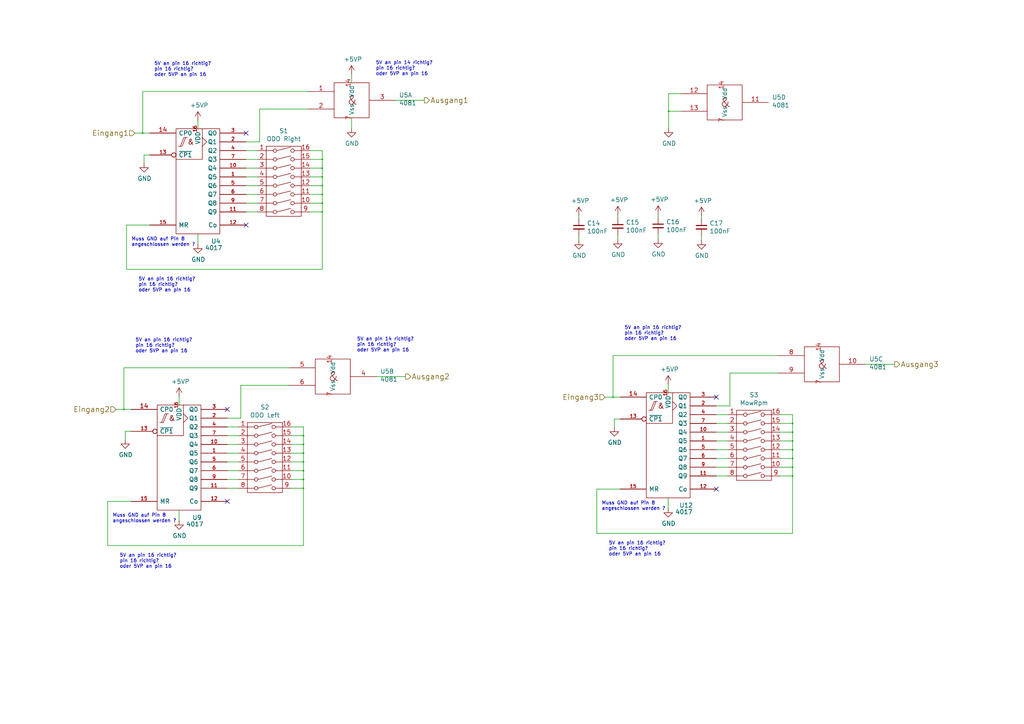
<source format=kicad_sch>
(kicad_sch (version 20201015) (generator eeschema)
  (paper "A4")
  (title_block (title "Ardumower shield SVN Version") (date "2020-11-26") (rev "1.4") (company "ML AG JL UZ") (comment 1 "Unterspannungsschutz von AlexanderG"))
  (lib_symbols
    (symbol "ardumower-mega-shield-svn-rescue:+5VP-RESCUE-ardumower_mega_shield_svn" (power) (pin_names (offset 0))
      (property "Value" "+5VP-RESCUE-ardumower_mega_shield_svn" (at 0 3.556 0))
      (symbol "+5VP-RESCUE-ardumower_mega_shield_svn_0_1"
        (polyline (pts (xy -0.762 1.27) (xy 0 2.54)))
        (polyline (pts (xy 0 0) (xy 0 2.54)))
        (polyline (pts (xy 0 2.54) (xy 0.762 1.27)))
      )
      (symbol "+5VP-RESCUE-ardumower_mega_shield_svn_1_1"
        (pin power_in line (at 0 0 90) (length 0) hide (name "+5VP") (number "1"))
      )
    )
    (symbol "ardumower-mega-shield-svn-rescue:4017-RESCUE-ardumower_mega_shield_svn" (pin_names (offset 0.762))
      (property "Reference" "U" (at 7.62 16.51 0))
      (property "Value" "4017-RESCUE-ardumower_mega_shield_svn" (at 10.16 -16.51 0))
      (symbol "4017-RESCUE-ardumower_mega_shield_svn_0_0"
        (text "&" (at -2.032 11.43 0) (effects (font (size 1.524 1.524))))
        (polyline (pts (xy -5.588 10.16) (xy -4.572 10.16) (xy -3.556 12.7) (xy -3.048 12.7) (xy -4.064 12.7) (xy -5.08 10.16) (xy -5.08 10.16)))
        (pin power_in line (at 0 15.24 270) (length 0) (name "VDD") (number "16"))
        (pin power_in line (at 0 -15.24 90) (length 0) hide (name "VSS") (number "8"))
      )
      (symbol "4017-RESCUE-ardumower_mega_shield_svn_0_1"
        (rectangle (start -6.35 15.24) (end 6.35 -15.24))
        (polyline (pts (xy 1.27 12.7) (xy 2.54 11.43) (xy 1.27 10.16) (xy 1.27 10.16)))
        (polyline (pts (xy 1.27 15.24) (xy 1.27 6.35) (xy -6.35 6.35) (xy -6.35 6.35)))
      )
      (symbol "4017-RESCUE-ardumower_mega_shield_svn_1_1"
        (pin output line (at 13.97 1.27 180) (length 7.62) (name "Q5") (number "1"))
        (pin output line (at 13.97 3.81 180) (length 7.62) (name "Q4") (number "10"))
        (pin output line (at 13.97 -8.89 180) (length 7.62) (name "Q9") (number "11"))
        (pin output line (at 13.97 -12.7 180) (length 7.62) (name "Co") (number "12"))
        (pin input inverted (at -13.97 7.62 0) (length 7.62) (name "~CP1") (number "13"))
        (pin input line (at -13.97 13.97 0) (length 7.62) (name "CP0") (number "14"))
        (pin input line (at -13.97 -12.7 0) (length 7.62) (name "MR") (number "15"))
        (pin output line (at 13.97 11.43 180) (length 7.62) (name "Q1") (number "2"))
        (pin output line (at 13.97 13.97 180) (length 7.62) (name "Q0") (number "3"))
        (pin output line (at 13.97 8.89 180) (length 7.62) (name "Q2") (number "4"))
        (pin output line (at 13.97 -1.27 180) (length 7.62) (name "Q6") (number "5"))
        (pin output line (at 13.97 -3.81 180) (length 7.62) (name "Q7") (number "6"))
        (pin output line (at 13.97 6.35 180) (length 7.62) (name "Q3") (number "7"))
        (pin output line (at 13.97 -6.35 180) (length 7.62) (name "Q8") (number "9"))
      )
    )
    (symbol "ardumower-mega-shield-svn-rescue:4081-RESCUE-ardumower_mega_shield_svn" (pin_names (offset 0.762))
      (property "Reference" "U" (at 2.54 6.35 0))
      (property "Value" "4081-RESCUE-ardumower_mega_shield_svn" (at 6.35 -6.35 0))
      (symbol "4081-RESCUE-ardumower_mega_shield_svn_0_0"
        (text "&" (at 0.254 0 0) (effects (font (size 2.54 2.54))))
        (rectangle (start -5.08 5.08) (end 5.08 -5.08))
        (pin power_in line (at 0 5.08 270) (length 0) (name "Vdd") (number "14"))
        (pin power_in line (at 0 -5.08 90) (length 0) (name "Vss") (number "7"))
      )
      (symbol "4081-RESCUE-ardumower_mega_shield_svn_1_1"
        (pin input line (at -12.7 2.54 0) (length 7.62) (name "~") (number "1"))
        (pin input line (at -12.7 -2.54 0) (length 7.62) (name "~") (number "2"))
        (pin output line (at 12.7 0 180) (length 7.62) (name "~") (number "3"))
      )
      (symbol "4081-RESCUE-ardumower_mega_shield_svn_2_1"
        (pin output line (at 12.7 0 180) (length 7.62) (name "~") (number "4"))
        (pin input line (at -12.7 2.54 0) (length 7.62) (name "~") (number "5"))
        (pin input line (at -12.7 -2.54 0) (length 7.62) (name "~") (number "6"))
      )
      (symbol "4081-RESCUE-ardumower_mega_shield_svn_3_1"
        (pin output line (at 12.7 0 180) (length 7.62) (name "~") (number "10"))
        (pin input line (at -12.7 2.54 0) (length 7.62) (name "~") (number "8"))
        (pin input line (at -12.7 -2.54 0) (length 7.62) (name "~") (number "9"))
      )
      (symbol "4081-RESCUE-ardumower_mega_shield_svn_4_1"
        (pin output line (at 12.7 0 180) (length 7.62) (name "~") (number "11"))
        (pin input line (at -12.7 2.54 0) (length 7.62) (name "~") (number "12"))
        (pin input line (at -12.7 -2.54 0) (length 7.62) (name "~") (number "13"))
      )
    )
    (symbol "ardumower-mega-shield-svn-rescue:C_Small-RESCUE-ardumower_mega_shield_svn" (pin_numbers hide) (pin_names (offset 0.254) hide)
      (property "Reference" "C" (at 0.254 1.778 0))
      (property "Value" "C_Small-RESCUE-ardumower_mega_shield_svn" (at 0.254 -2.032 0))
      (symbol "C_Small-RESCUE-ardumower_mega_shield_svn_0_1"
        (polyline (pts (xy -1.524 -0.508) (xy 1.524 -0.508)) (stroke (width 0.3302)))
        (polyline (pts (xy -1.524 0.508) (xy 1.524 0.508)) (stroke (width 0.3048)))
      )
      (symbol "C_Small-RESCUE-ardumower_mega_shield_svn_1_1"
        (pin passive line (at 0 2.54 270) (length 2.032) (name "~") (number "1"))
        (pin passive line (at 0 -2.54 90) (length 2.032) (name "~") (number "2"))
      )
    )
    (symbol "ardumower-mega-shield-svn-rescue:GND-RESCUE-ardumower_mega_shield_svn" (power) (pin_names (offset 0))
      (property "Value" "GND-RESCUE-ardumower_mega_shield_svn" (at 0 -3.81 0))
      (symbol "GND-RESCUE-ardumower_mega_shield_svn_0_1"
        (polyline (pts (xy 0 0) (xy 0 -1.27) (xy 1.27 -1.27) (xy 0 -2.54) (xy -1.27 -1.27) (xy 0 -1.27)))
      )
      (symbol "GND-RESCUE-ardumower_mega_shield_svn_1_1"
        (pin power_in line (at 0 0 270) (length 0) hide (name "GND") (number "1"))
      )
    )
    (symbol "ardumower-mega-shield-svn-rescue:SW_DIP_x8-RESCUE-ardumower_mega_shield_svn"
      (property "Reference" "S" (at 0 -11.43 0))
      (property "Value" "SW_DIP_x8-RESCUE-ardumower_mega_shield_svn" (at 0 11.43 0))
      (symbol "SW_DIP_x8-RESCUE-ardumower_mega_shield_svn_0_1"
        (circle (center -2.54 -8.89) (radius 0.508))
        (circle (center -2.54 -6.35) (radius 0.508))
        (circle (center -2.54 -3.81) (radius 0.508))
        (circle (center -2.54 -1.27) (radius 0.508))
        (circle (center -2.54 1.27) (radius 0.508))
        (circle (center -2.54 3.81) (radius 0.508))
        (circle (center -2.54 6.35) (radius 0.508))
        (circle (center -2.54 8.89) (radius 0.508))
        (circle (center 2.54 -8.89) (radius 0.508))
        (circle (center 2.54 -6.35) (radius 0.508))
        (circle (center 2.54 -3.81) (radius 0.508))
        (circle (center 2.54 -1.27) (radius 0.508))
        (circle (center 2.54 1.27) (radius 0.508))
        (circle (center 2.54 3.81) (radius 0.508))
        (circle (center 2.54 6.35) (radius 0.508))
        (circle (center 2.54 8.89) (radius 0.508))
        (rectangle (start -5.08 10.16) (end 5.08 -10.16))
        (polyline (pts (xy -3.048 -8.89) (xy -5.08 -8.89)))
        (polyline (pts (xy -3.048 -6.35) (xy -5.08 -6.35)))
        (polyline (pts (xy -3.048 -3.81) (xy -5.08 -3.81)))
        (polyline (pts (xy -3.048 -1.27) (xy -5.08 -1.27)))
        (polyline (pts (xy -3.048 1.27) (xy -5.08 1.27)))
        (polyline (pts (xy -3.048 3.81) (xy -5.08 3.81)))
        (polyline (pts (xy -3.048 6.35) (xy -5.08 6.35)))
        (polyline (pts (xy -3.048 8.89) (xy -5.08 8.89)))
        (polyline (pts (xy -2.032 -8.89) (xy 2.032 -7.874)))
        (polyline (pts (xy -2.032 -6.35) (xy 2.032 -5.334)))
        (polyline (pts (xy -2.032 -3.81) (xy 2.032 -2.794)))
        (polyline (pts (xy -2.032 -1.27) (xy 2.032 -0.254)))
        (polyline (pts (xy -2.032 1.27) (xy 2.032 2.286)))
        (polyline (pts (xy -2.032 3.81) (xy 2.032 4.826)))
        (polyline (pts (xy -2.032 6.35) (xy 2.032 7.366)))
        (polyline (pts (xy -2.032 8.89) (xy 2.032 9.906)))
        (polyline (pts (xy 3.048 -8.89) (xy 5.08 -8.89)))
        (polyline (pts (xy 3.048 -6.35) (xy 5.08 -6.35)))
        (polyline (pts (xy 3.048 -3.81) (xy 5.08 -3.81)))
        (polyline (pts (xy 3.048 -1.27) (xy 5.08 -1.27)))
        (polyline (pts (xy 3.048 1.27) (xy 5.08 1.27)))
        (polyline (pts (xy 3.048 3.81) (xy 5.08 3.81)))
        (polyline (pts (xy 3.048 6.35) (xy 5.08 6.35)))
        (polyline (pts (xy 3.048 8.89) (xy 5.08 8.89)))
      )
      (symbol "SW_DIP_x8-RESCUE-ardumower_mega_shield_svn_1_1"
        (pin passive line (at -7.62 8.89 0) (length 2.54) (name "~") (number "1"))
        (pin passive line (at 7.62 -6.35 180) (length 2.54) (name "~") (number "10"))
        (pin passive line (at 7.62 -3.81 180) (length 2.54) (name "~") (number "11"))
        (pin passive line (at 7.62 -1.27 180) (length 2.54) (name "~") (number "12"))
        (pin passive line (at 7.62 1.27 180) (length 2.54) (name "~") (number "13"))
        (pin passive line (at 7.62 3.81 180) (length 2.54) (name "~") (number "14"))
        (pin passive line (at 7.62 6.35 180) (length 2.54) (name "~") (number "15"))
        (pin passive line (at 7.62 8.89 180) (length 2.54) (name "~") (number "16"))
        (pin passive line (at -7.62 6.35 0) (length 2.54) (name "~") (number "2"))
        (pin passive line (at -7.62 3.81 0) (length 2.54) (name "~") (number "3"))
        (pin passive line (at -7.62 1.27 0) (length 2.54) (name "~") (number "4"))
        (pin passive line (at -7.62 -1.27 0) (length 2.54) (name "~") (number "5"))
        (pin passive line (at -7.62 -3.81 0) (length 2.54) (name "~") (number "6"))
        (pin passive line (at -7.62 -6.35 0) (length 2.54) (name "~") (number "7"))
        (pin passive line (at -7.62 -8.89 0) (length 2.54) (name "~") (number "8"))
        (pin passive line (at 7.62 -8.89 180) (length 2.54) (name "~") (number "9"))
      )
    )
  )
  (junction (at 35.941 118.745) (diameter 0.3048))
  (junction (at 41.402 38.608) (diameter 0.3048))
  (junction (at 88.011 126.365) (diameter 0.3048))
  (junction (at 88.011 128.905) (diameter 0.3048))
  (junction (at 88.011 131.445) (diameter 0.3048))
  (junction (at 88.011 133.985) (diameter 0.3048))
  (junction (at 88.011 136.525) (diameter 0.3048))
  (junction (at 88.011 139.065) (diameter 0.3048))
  (junction (at 88.011 141.605) (diameter 0.3048))
  (junction (at 93.472 46.228) (diameter 0.3048))
  (junction (at 93.472 48.768) (diameter 0.3048))
  (junction (at 93.472 51.308) (diameter 0.3048))
  (junction (at 93.472 53.848) (diameter 0.3048))
  (junction (at 93.472 56.388) (diameter 0.3048))
  (junction (at 93.472 58.928) (diameter 0.3048))
  (junction (at 93.472 61.468) (diameter 0.3048))
  (junction (at 177.8 115.189) (diameter 0.3048))
  (junction (at 193.929 32.258) (diameter 0.3048))
  (junction (at 229.87 122.809) (diameter 0.3048))
  (junction (at 229.87 125.349) (diameter 0.3048))
  (junction (at 229.87 127.889) (diameter 0.3048))
  (junction (at 229.87 130.429) (diameter 0.3048))
  (junction (at 229.87 132.969) (diameter 0.3048))
  (junction (at 229.87 135.509) (diameter 0.3048))
  (junction (at 229.87 138.049) (diameter 0.3048))
  (no_connect (at 65.913 145.415))
  (no_connect (at 207.772 141.859))
  (no_connect (at 207.772 115.189))
  (no_connect (at 71.374 38.608))
  (no_connect (at 71.374 65.278))
  (no_connect (at 65.913 118.745))
  (wire (pts (xy 31.242 145.415) (xy 37.973 145.415)))
  (wire (pts (xy 31.242 158.242) (xy 31.242 145.415)))
  (wire (pts (xy 33.655 118.745) (xy 35.941 118.745)))
  (wire (pts (xy 35.941 106.68) (xy 35.941 118.745)))
  (wire (pts (xy 35.941 118.745) (xy 37.973 118.745)))
  (wire (pts (xy 36.322 125.095) (xy 37.973 125.095)))
  (wire (pts (xy 36.322 127.508) (xy 36.322 125.095)))
  (wire (pts (xy 36.703 65.278) (xy 43.434 65.278)))
  (wire (pts (xy 36.703 78.105) (xy 36.703 65.278)))
  (wire (pts (xy 39.116 38.608) (xy 41.402 38.608)))
  (wire (pts (xy 41.402 26.543) (xy 41.402 38.608)))
  (wire (pts (xy 41.402 38.608) (xy 43.434 38.608)))
  (wire (pts (xy 41.783 44.958) (xy 43.434 44.958)))
  (wire (pts (xy 41.783 47.371) (xy 41.783 44.958)))
  (wire (pts (xy 51.943 117.475) (xy 51.943 115.062)))
  (wire (pts (xy 51.943 151.003) (xy 51.943 147.955)))
  (wire (pts (xy 57.404 37.338) (xy 57.404 34.925)))
  (wire (pts (xy 57.404 70.866) (xy 57.404 67.818)))
  (wire (pts (xy 65.913 123.825) (xy 69.215 123.825)))
  (wire (pts (xy 65.913 126.365) (xy 69.215 126.365)))
  (wire (pts (xy 65.913 128.905) (xy 69.215 128.905)))
  (wire (pts (xy 65.913 131.445) (xy 69.215 131.445)))
  (wire (pts (xy 65.913 133.985) (xy 69.215 133.985)))
  (wire (pts (xy 65.913 136.525) (xy 69.215 136.525)))
  (wire (pts (xy 65.913 139.065) (xy 69.215 139.065)))
  (wire (pts (xy 65.913 141.605) (xy 69.215 141.605)))
  (wire (pts (xy 69.85 111.76) (xy 69.85 121.285)))
  (wire (pts (xy 69.85 111.76) (xy 83.82 111.76)))
  (wire (pts (xy 69.85 121.285) (xy 65.913 121.285)))
  (wire (pts (xy 71.374 43.688) (xy 74.676 43.688)))
  (wire (pts (xy 71.374 46.228) (xy 74.676 46.228)))
  (wire (pts (xy 71.374 48.768) (xy 74.676 48.768)))
  (wire (pts (xy 71.374 51.308) (xy 74.676 51.308)))
  (wire (pts (xy 71.374 53.848) (xy 74.676 53.848)))
  (wire (pts (xy 71.374 56.388) (xy 74.676 56.388)))
  (wire (pts (xy 71.374 58.928) (xy 74.676 58.928)))
  (wire (pts (xy 71.374 61.468) (xy 74.676 61.468)))
  (wire (pts (xy 75.311 31.623) (xy 75.311 41.148)))
  (wire (pts (xy 75.311 31.623) (xy 89.281 31.623)))
  (wire (pts (xy 75.311 41.148) (xy 71.374 41.148)))
  (wire (pts (xy 83.82 106.68) (xy 35.941 106.68)))
  (wire (pts (xy 84.455 123.825) (xy 88.011 123.825)))
  (wire (pts (xy 84.455 126.365) (xy 88.011 126.365)))
  (wire (pts (xy 84.455 128.905) (xy 88.011 128.905)))
  (wire (pts (xy 84.455 131.445) (xy 88.011 131.445)))
  (wire (pts (xy 84.455 133.985) (xy 88.011 133.985)))
  (wire (pts (xy 84.455 136.525) (xy 88.011 136.525)))
  (wire (pts (xy 84.455 139.065) (xy 88.011 139.065)))
  (wire (pts (xy 84.455 141.605) (xy 88.011 141.605)))
  (wire (pts (xy 88.011 123.825) (xy 88.011 126.365)))
  (wire (pts (xy 88.011 126.365) (xy 88.011 128.905)))
  (wire (pts (xy 88.011 128.905) (xy 88.011 131.445)))
  (wire (pts (xy 88.011 131.445) (xy 88.011 133.985)))
  (wire (pts (xy 88.011 133.985) (xy 88.011 136.525)))
  (wire (pts (xy 88.011 136.525) (xy 88.011 139.065)))
  (wire (pts (xy 88.011 139.065) (xy 88.011 141.605)))
  (wire (pts (xy 88.011 141.605) (xy 88.011 158.242)))
  (wire (pts (xy 88.011 158.242) (xy 31.242 158.242)))
  (wire (pts (xy 89.281 26.543) (xy 41.402 26.543)))
  (wire (pts (xy 89.916 46.228) (xy 93.472 46.228)))
  (wire (pts (xy 89.916 48.768) (xy 93.472 48.768)))
  (wire (pts (xy 89.916 51.308) (xy 93.472 51.308)))
  (wire (pts (xy 89.916 53.848) (xy 93.472 53.848)))
  (wire (pts (xy 89.916 56.388) (xy 93.472 56.388)))
  (wire (pts (xy 89.916 58.928) (xy 93.472 58.928)))
  (wire (pts (xy 89.916 61.468) (xy 93.472 61.468)))
  (wire (pts (xy 93.472 43.688) (xy 89.916 43.688)))
  (wire (pts (xy 93.472 43.688) (xy 93.472 46.228)))
  (wire (pts (xy 93.472 46.228) (xy 93.472 48.768)))
  (wire (pts (xy 93.472 48.768) (xy 93.472 51.308)))
  (wire (pts (xy 93.472 51.308) (xy 93.472 53.848)))
  (wire (pts (xy 93.472 53.848) (xy 93.472 56.388)))
  (wire (pts (xy 93.472 56.388) (xy 93.472 58.928)))
  (wire (pts (xy 93.472 58.928) (xy 93.472 61.468)))
  (wire (pts (xy 93.472 61.468) (xy 93.472 78.105)))
  (wire (pts (xy 93.472 78.105) (xy 36.703 78.105)))
  (wire (pts (xy 101.981 24.003) (xy 101.981 21.59)))
  (wire (pts (xy 101.981 37.211) (xy 101.981 34.163)))
  (wire (pts (xy 109.22 109.22) (xy 117.602 109.22)))
  (wire (pts (xy 114.681 29.083) (xy 123.063 29.083)))
  (wire (pts (xy 167.894 63.373) (xy 167.894 62.611)))
  (wire (pts (xy 167.894 69.723) (xy 167.894 68.453)))
  (wire (pts (xy 173.101 141.859) (xy 179.832 141.859)))
  (wire (pts (xy 173.101 154.686) (xy 173.101 141.859)))
  (wire (pts (xy 175.514 115.189) (xy 177.8 115.189)))
  (wire (pts (xy 177.8 103.124) (xy 177.8 115.189)))
  (wire (pts (xy 177.8 115.189) (xy 179.832 115.189)))
  (wire (pts (xy 178.181 121.539) (xy 179.832 121.539)))
  (wire (pts (xy 178.181 123.952) (xy 178.181 121.539)))
  (wire (pts (xy 179.197 63.119) (xy 179.197 62.357)))
  (wire (pts (xy 179.197 69.469) (xy 179.197 68.199)))
  (wire (pts (xy 190.881 62.992) (xy 190.881 62.23)))
  (wire (pts (xy 190.881 69.342) (xy 190.881 68.072)))
  (wire (pts (xy 193.802 113.919) (xy 193.802 111.506)))
  (wire (pts (xy 193.802 147.447) (xy 193.802 144.399)))
  (wire (pts (xy 193.929 27.178) (xy 193.929 32.258)))
  (wire (pts (xy 193.929 27.178) (xy 197.485 27.178)))
  (wire (pts (xy 193.929 32.258) (xy 193.929 37.211)))
  (wire (pts (xy 197.485 32.258) (xy 193.929 32.258)))
  (wire (pts (xy 203.454 63.373) (xy 203.454 62.611)))
  (wire (pts (xy 203.454 69.723) (xy 203.454 68.453)))
  (wire (pts (xy 207.772 120.269) (xy 211.074 120.269)))
  (wire (pts (xy 207.772 122.809) (xy 211.074 122.809)))
  (wire (pts (xy 207.772 125.349) (xy 211.074 125.349)))
  (wire (pts (xy 207.772 127.889) (xy 211.074 127.889)))
  (wire (pts (xy 207.772 130.429) (xy 211.074 130.429)))
  (wire (pts (xy 207.772 132.969) (xy 211.074 132.969)))
  (wire (pts (xy 207.772 135.509) (xy 211.074 135.509)))
  (wire (pts (xy 207.772 138.049) (xy 211.074 138.049)))
  (wire (pts (xy 211.709 108.204) (xy 211.709 117.729)))
  (wire (pts (xy 211.709 108.204) (xy 225.679 108.204)))
  (wire (pts (xy 211.709 117.729) (xy 207.772 117.729)))
  (wire (pts (xy 225.679 103.124) (xy 177.8 103.124)))
  (wire (pts (xy 226.314 120.269) (xy 229.87 120.269)))
  (wire (pts (xy 226.314 122.809) (xy 229.87 122.809)))
  (wire (pts (xy 226.314 125.349) (xy 229.87 125.349)))
  (wire (pts (xy 226.314 127.889) (xy 229.87 127.889)))
  (wire (pts (xy 226.314 130.429) (xy 229.87 130.429)))
  (wire (pts (xy 226.314 132.969) (xy 229.87 132.969)))
  (wire (pts (xy 226.314 135.509) (xy 229.87 135.509)))
  (wire (pts (xy 226.314 138.049) (xy 229.87 138.049)))
  (wire (pts (xy 229.87 120.269) (xy 229.87 122.809)))
  (wire (pts (xy 229.87 122.809) (xy 229.87 125.349)))
  (wire (pts (xy 229.87 125.349) (xy 229.87 127.889)))
  (wire (pts (xy 229.87 127.889) (xy 229.87 130.429)))
  (wire (pts (xy 229.87 130.429) (xy 229.87 132.969)))
  (wire (pts (xy 229.87 132.969) (xy 229.87 135.509)))
  (wire (pts (xy 229.87 135.509) (xy 229.87 138.049)))
  (wire (pts (xy 229.87 138.049) (xy 229.87 154.686)))
  (wire (pts (xy 229.87 154.686) (xy 173.101 154.686)))
  (wire (pts (xy 251.079 105.664) (xy 259.461 105.664)))
  (image (at -114.935 43.815) (scale 2))
  (text "achte auf die gehäuse formen bei dem teiler\ndie gibt es in zwei ausführungen\n am besten schaust du bei schukat \nwas die haben das bekommen wir dann überall \nwww.schukat.de" (at -116.332 -19.685 0) (effects (font (size 5.0038 5.0038)) (justify left bottom)))
  (text "Muss GND auf Pin 8 \nangeschlossen werden ?" (at 32.639 151.765 0) (effects (font (size 0.9906 0.9906)) (justify left bottom)))
  (text "5V an pin 16 richtig?\npin 16 richtig?\noder 5VP an pin 16" (at 34.671 164.973 0) (effects (font (size 0.9906 0.9906)) (justify left bottom)))
  (text "Muss GND auf Pin 8 \nangeschlossen werden ?" (at 38.1 71.628 0) (effects (font (size 0.9906 0.9906)) (justify left bottom)))
  (text "5V an pin 16 richtig?\npin 16 richtig?\noder 5VP an pin 16" (at 39.243 102.489 0) (effects (font (size 0.9906 0.9906)) (justify left bottom)))
  (text "5V an pin 16 richtig?\npin 16 richtig?\noder 5VP an pin 16" (at 40.132 84.836 0) (effects (font (size 0.9906 0.9906)) (justify left bottom)))
  (text "5V an pin 16 richtig?\npin 16 richtig?\noder 5VP an pin 16" (at 44.704 22.352 0) (effects (font (size 0.9906 0.9906)) (justify left bottom)))
  (text "5V an pin 14 richtig?\npin 16 richtig?\noder 5VP an pin 16" (at 103.505 102.235 0) (effects (font (size 0.9906 0.9906)) (justify left bottom)))
  (text "5V an pin 14 richtig?\npin 16 richtig?\noder 5VP an pin 16" (at 108.966 22.098 0) (effects (font (size 0.9906 0.9906)) (justify left bottom)))
  (text "Muss GND auf Pin 8 \nangeschlossen werden ?" (at 174.498 148.209 0) (effects (font (size 0.9906 0.9906)) (justify left bottom)))
  (text "5V an pin 16 richtig?\npin 16 richtig?\noder 5VP an pin 16" (at 176.53 161.417 0) (effects (font (size 0.9906 0.9906)) (justify left bottom)))
  (text "5V an pin 16 richtig?\npin 16 richtig?\noder 5VP an pin 16" (at 181.102 98.933 0) (effects (font (size 0.9906 0.9906)) (justify left bottom)))
  (text "[22:56:35 | Bearbeitet 22:58:38] Jürgen Lange: @uwe hier der teiler kann noch verfeinert werden und du brauchst die mimik 2x also den 4017 x2 und ein und gatter vom 4081 zusätzlich damit sind dann noch zwei übrig die arbeiten dann als or durch die negative logik timing-probleme werden so vermieden und die signale sin im sync \n[22:59:19] Kurzschuss - Uwe: sekunde diese Schaltung also mal 4\n[23:00:01] Kurzschuss - Uwe: wir haben ja 4 Odemetrie Pins\n[23:00:34] Jürgen Lange: natürlich wie immer die 100nF block nicht vergessen und beachten hinten hast du 5v pegel da muss man also noch was machen............................. ne die schaltung eigentlich nur 2x oder 3 mal wenn du den mäh-motor auch so machen möchtest\n[23:01:44 | Bearbeitet 23:05:06] Jürgen Lange: wir brauchen nur einen pro motor oneway die richtung kann uns wurst sein und vergesse die pullup nicht am eingang die werden trotzdem gebraucht\n[23:01:52 | Bearbeitet 23:02:17] Kurzschuss - Uwe: Also werten wir bei der Odemetrie nicht mehr two way aus sondern nur noch One way?\n[23:02:43] Kurzschuss - Uwe: wir haben ja bei unseren Motoren vor und Rückwärsts\n[23:03:20] Jürgen Lange: das ist ein dekadenzähler schau dir das datenblatt an dann kommst du sicher drauf\n[23:03:47] Kurzschuss - Uwe: okay\n[23:04:16] Jürgen Lange: die richtung kommt von der software wozu sollen wir das auswerten alexander weiß doch wo er hinfährt sind nur unnötige ints\n[23:05:40] Kurzschuss - Uwe: Dann hätten wir wider 2Pins mehr frei :)\n[23:08:58] Kurzschuss - Uwe: braucht der 4017 keine ´5V" (at 319.913 79.375 0) (effects (font (size 1.524 1.524)) (justify left bottom)))
  (hierarchical_label "Eingang2" (shape input) (at 33.655 118.745 180) (effects (font (size 1.524 1.524))))
  (hierarchical_label "Eingang1" (shape input) (at 39.116 38.608 180) (effects (font (size 1.524 1.524))))
  (hierarchical_label "Ausgang2" (shape output) (at 117.602 109.22 0) (effects (font (size 1.524 1.524))))
  (hierarchical_label "Ausgang1" (shape output) (at 123.063 29.083 0) (effects (font (size 1.524 1.524))))
  (hierarchical_label "Eingang3" (shape input) (at 175.514 115.189 180) (effects (font (size 1.524 1.524))))
  (hierarchical_label "Ausgang3" (shape output) (at 259.461 105.664 0) (effects (font (size 1.524 1.524))))
  (symbol (lib_id "ardumower-mega-shield-svn-rescue:+5VP-RESCUE-ardumower_mega_shield_svn") (at 51.943 115.062 0) (unit 1)
    (property "Reference" "#PWR0148" (effects hide))
    (property "Value" "+5VP" (at 52.324 110.6678 0))
  )
  (symbol (lib_id "ardumower-mega-shield-svn-rescue:+5VP-RESCUE-ardumower_mega_shield_svn") (at 57.404 34.925 0) (unit 1)
    (property "Reference" "#PWR0147" (effects hide))
    (property "Value" "+5VP" (at 57.785 30.5308 0))
  )
  (symbol (lib_id "ardumower-mega-shield-svn-rescue:+5VP-RESCUE-ardumower_mega_shield_svn") (at 101.981 21.59 0) (unit 1)
    (property "Reference" "#PWR0146" (effects hide))
    (property "Value" "+5VP" (at 102.362 17.1958 0))
  )
  (symbol (lib_id "ardumower-mega-shield-svn-rescue:+5VP-RESCUE-ardumower_mega_shield_svn") (at 167.894 62.611 0) (unit 1)
    (property "Reference" "#PWR0154" (effects hide))
    (property "Value" "+5VP" (at 168.275 58.2168 0))
  )
  (symbol (lib_id "ardumower-mega-shield-svn-rescue:+5VP-RESCUE-ardumower_mega_shield_svn") (at 179.197 62.357 0) (unit 1)
    (property "Reference" "#PWR0150" (effects hide))
    (property "Value" "+5VP" (at 179.578 57.9628 0))
  )
  (symbol (lib_id "ardumower-mega-shield-svn-rescue:+5VP-RESCUE-ardumower_mega_shield_svn") (at 190.881 62.23 0) (unit 1)
    (property "Reference" "#PWR0152" (effects hide))
    (property "Value" "+5VP" (at 191.262 57.8358 0))
  )
  (symbol (lib_id "ardumower-mega-shield-svn-rescue:+5VP-RESCUE-ardumower_mega_shield_svn") (at 193.802 111.506 0) (unit 1)
    (property "Reference" "#PWR0149" (effects hide))
    (property "Value" "+5VP" (at 194.183 107.1118 0))
  )
  (symbol (lib_id "ardumower-mega-shield-svn-rescue:+5VP-RESCUE-ardumower_mega_shield_svn") (at 203.454 62.611 0) (unit 1)
    (property "Reference" "#PWR0156" (effects hide))
    (property "Value" "+5VP" (at 203.835 58.2168 0))
  )
  (symbol (lib_id "ardumower-mega-shield-svn-rescue:GND-RESCUE-ardumower_mega_shield_svn") (at 36.322 127.508 0) (unit 1)
    (property "Reference" "#PWR0142" (effects hide))
    (property "Value" "GND" (at 36.449 131.9022 0))
  )
  (symbol (lib_id "ardumower-mega-shield-svn-rescue:GND-RESCUE-ardumower_mega_shield_svn") (at 41.783 47.371 0) (unit 1)
    (property "Reference" "#PWR0138" (effects hide))
    (property "Value" "GND" (at 41.91 51.7652 0))
  )
  (symbol (lib_id "ardumower-mega-shield-svn-rescue:GND-RESCUE-ardumower_mega_shield_svn") (at 51.943 151.003 0) (unit 1)
    (property "Reference" "#PWR0143" (effects hide))
    (property "Value" "GND" (at 52.07 155.3972 0))
  )
  (symbol (lib_id "ardumower-mega-shield-svn-rescue:GND-RESCUE-ardumower_mega_shield_svn") (at 57.404 70.866 0) (unit 1)
    (property "Reference" "#PWR0139" (effects hide))
    (property "Value" "GND" (at 57.531 75.2602 0))
  )
  (symbol (lib_id "ardumower-mega-shield-svn-rescue:GND-RESCUE-ardumower_mega_shield_svn") (at 101.981 37.211 0) (unit 1)
    (property "Reference" "#PWR0141" (effects hide))
    (property "Value" "GND" (at 102.108 41.6052 0))
  )
  (symbol (lib_id "ardumower-mega-shield-svn-rescue:GND-RESCUE-ardumower_mega_shield_svn") (at 167.894 69.723 0) (unit 1)
    (property "Reference" "#PWR0155" (effects hide))
    (property "Value" "GND" (at 168.021 74.1172 0))
  )
  (symbol (lib_id "ardumower-mega-shield-svn-rescue:GND-RESCUE-ardumower_mega_shield_svn") (at 178.181 123.952 0) (unit 1)
    (property "Reference" "#PWR0144" (effects hide))
    (property "Value" "GND" (at 178.308 128.3462 0))
  )
  (symbol (lib_id "ardumower-mega-shield-svn-rescue:GND-RESCUE-ardumower_mega_shield_svn") (at 179.197 69.469 0) (unit 1)
    (property "Reference" "#PWR0151" (effects hide))
    (property "Value" "GND" (at 179.324 73.8632 0))
  )
  (symbol (lib_id "ardumower-mega-shield-svn-rescue:GND-RESCUE-ardumower_mega_shield_svn") (at 190.881 69.342 0) (unit 1)
    (property "Reference" "#PWR0153" (effects hide))
    (property "Value" "GND" (at 191.008 73.7362 0))
  )
  (symbol (lib_id "ardumower-mega-shield-svn-rescue:GND-RESCUE-ardumower_mega_shield_svn") (at 193.802 147.447 0) (unit 1)
    (property "Reference" "#PWR0145" (effects hide))
    (property "Value" "GND" (at 193.929 151.8412 0))
  )
  (symbol (lib_id "ardumower-mega-shield-svn-rescue:GND-RESCUE-ardumower_mega_shield_svn") (at 193.929 37.211 0) (unit 1)
    (property "Reference" "#PWR0140" (effects hide))
    (property "Value" "GND" (at 194.056 41.6052 0))
  )
  (symbol (lib_id "ardumower-mega-shield-svn-rescue:GND-RESCUE-ardumower_mega_shield_svn") (at 203.454 69.723 0) (unit 1)
    (property "Reference" "#PWR0157" (effects hide))
    (property "Value" "GND" (at 203.581 74.1172 0))
  )
  (symbol (lib_id "ardumower-mega-shield-svn-rescue:C_Small-RESCUE-ardumower_mega_shield_svn") (at 167.894 65.913 0) (unit 1)
    (property "Reference" "C14" (at 170.2308 64.7446 0) (effects (justify left)))
    (property "Value" "100nF" (at 170.2308 67.056 0) (effects (justify left)))
    (property "Footprint" "Capacitors_SMD:C_0805" (effects hide))
    (property "Gehäuseart" "Value" (effects hide))
    (property "Bestelllink" "https://www.reichelt.de/de/en/mlcc-0805-100nf-100v-10-ft-cap-x7r-0805fcg-100n-p193842.html?GROUPID=8048&SEARCH=0805%2B100nf&&r=1" (effects hide))
    (property "Technische Daten" "Value" (effects hide))
    (property "Bestellnummer" "Value" (effects hide))
    (property "Bauform" "Value" (effects hide))
    (property "Bestücken (Assemble)" "JA (YES)" (effects hide))
    (property "Funktion" "X7R 0805FCG 100N MLCC, 0805, 100nF, 100V, 10%, FT-Cap" (effects hide))
  )
  (symbol (lib_id "ardumower-mega-shield-svn-rescue:C_Small-RESCUE-ardumower_mega_shield_svn") (at 179.197 65.659 0) (unit 1)
    (property "Reference" "C15" (at 181.5338 64.4906 0) (effects (justify left)))
    (property "Value" "100nF" (at 181.5338 66.802 0) (effects (justify left)))
    (property "Footprint" "Capacitors_SMD:C_0805" (effects hide))
    (property "Gehäuseart" "Value" (effects hide))
    (property "Bestelllink" "https://www.reichelt.de/de/en/mlcc-0805-100nf-100v-10-ft-cap-x7r-0805fcg-100n-p193842.html?GROUPID=8048&SEARCH=0805%2B100nf&&r=1" (effects hide))
    (property "Technische Daten" "Value" (effects hide))
    (property "Bestellnummer" "Value" (effects hide))
    (property "Bauform" "Value" (effects hide))
    (property "Bestücken (Assemble)" "JA (YES)" (effects hide))
    (property "Funktion" "X7R 0805FCG 100N MLCC, 0805, 100nF, 100V, 10%, FT-Cap" (effects hide))
  )
  (symbol (lib_id "ardumower-mega-shield-svn-rescue:C_Small-RESCUE-ardumower_mega_shield_svn") (at 190.881 65.532 0) (unit 1)
    (property "Reference" "C16" (at 193.2178 64.3636 0) (effects (justify left)))
    (property "Value" "100nF" (at 193.2178 66.675 0) (effects (justify left)))
    (property "Footprint" "Capacitors_SMD:C_0805" (effects hide))
    (property "Gehäuseart" "Value" (effects hide))
    (property "Bestelllink" "https://www.reichelt.de/de/en/mlcc-0805-100nf-100v-10-ft-cap-x7r-0805fcg-100n-p193842.html?GROUPID=8048&SEARCH=0805%2B100nf&&r=1" (effects hide))
    (property "Technische Daten" "Value" (effects hide))
    (property "Bestellnummer" "Value" (effects hide))
    (property "Bauform" "Value" (effects hide))
    (property "Bestücken (Assemble)" "JA (YES)" (effects hide))
    (property "Funktion" "X7R 0805FCG 100N MLCC, 0805, 100nF, 100V, 10%, FT-Cap" (effects hide))
  )
  (symbol (lib_id "ardumower-mega-shield-svn-rescue:C_Small-RESCUE-ardumower_mega_shield_svn") (at 203.454 65.913 0) (unit 1)
    (property "Reference" "C17" (at 205.7908 64.7446 0) (effects (justify left)))
    (property "Value" "100nF" (at 205.7908 67.056 0) (effects (justify left)))
    (property "Footprint" "Capacitors_SMD:C_0805" (effects hide))
    (property "Gehäuseart" "Value" (effects hide))
    (property "Bestelllink" "https://www.reichelt.de/de/en/mlcc-0805-100nf-100v-10-ft-cap-x7r-0805fcg-100n-p193842.html?GROUPID=8048&SEARCH=0805%2B100nf&&r=1" (effects hide))
    (property "Technische Daten" "Value" (effects hide))
    (property "Bestellnummer" "Value" (effects hide))
    (property "Bauform" "Value" (effects hide))
    (property "Bestücken (Assemble)" "JA (YES)" (effects hide))
    (property "Funktion" "X7R 0805FCG 100N MLCC, 0805, 100nF, 100V, 10%, FT-Cap" (effects hide))
  )
  (symbol (lib_id "ardumower-mega-shield-svn-rescue:4081-RESCUE-ardumower_mega_shield_svn") (at 96.52 109.22 0) (unit 2)
    (property "Reference" "U5" (at 110.2614 107.7214 0) (effects (justify left)))
    (property "Value" "4081" (at 110.2614 110.0328 0) (effects (justify left)))
    (property "Footprint" "40xx:40xx-SO14" (effects hide))
    (property "Gehäuseart" " SO-14 " (effects hide))
    (property "Bestelllink" "https://www.reichelt.de/de/en/chip-ic-smd-4081-p18495.html?GROUPID=2925&SEARCH=4081&&r=1" (effects hide))
    (property "Technische Daten" "Logic IC HCF4081B " (effects hide))
    (property "Bestellnummer" "R: SMD 4081" (effects hide))
    (property "Bauform" "Value" (effects hide))
    (property "Funktion" "Logic IC HCF4081B " (effects hide))
    (property "Bestücken (Assemble)" "JA (YES)" (effects hide))
    (property "Reichelt-Bestellnummer" "R: SMD 4081" (effects hide))
  )
  (symbol (lib_id "ardumower-mega-shield-svn-rescue:4081-RESCUE-ardumower_mega_shield_svn") (at 101.981 29.083 0) (unit 1)
    (property "Reference" "U5" (at 115.7224 27.5844 0) (effects (justify left)))
    (property "Value" "4081" (at 115.7224 29.8958 0) (effects (justify left)))
    (property "Footprint" "40xx:40xx-SO14" (effects hide))
    (property "Gehäuseart" " SO-14 " (effects hide))
    (property "Bestelllink" "https://www.reichelt.de/de/en/chip-ic-smd-4081-p18495.html?GROUPID=2925&SEARCH=4081&&r=1" (effects hide))
    (property "Technische Daten" "Logic IC HCF4081B " (effects hide))
    (property "Bestellnummer" "R: SMD 4081" (effects hide))
    (property "Bauform" "Value" (effects hide))
    (property "Bestücken (Assemble)" "JA (YES)" (effects hide))
    (property "Funktion" "Logic IC HCF4081B " (effects hide))
    (property "Reichelt-Bestellnummer" "R: SMD 4081" (effects hide))
  )
  (symbol (lib_id "ardumower-mega-shield-svn-rescue:4081-RESCUE-ardumower_mega_shield_svn") (at 210.185 29.718 0) (unit 4)
    (property "Reference" "U5" (at 223.9264 28.2194 0) (effects (justify left)))
    (property "Value" "4081" (at 223.9264 30.5308 0) (effects (justify left)))
    (property "Footprint" "40xx:40xx-SO14" (effects hide))
    (property "Gehäuseart" " SO-14 " (effects hide))
    (property "Bestelllink" "https://www.reichelt.de/de/en/chip-ic-smd-4081-p18495.html?GROUPID=2925&SEARCH=4081&&r=1" (effects hide))
    (property "Technische Daten" "Logic IC HCF4081B " (effects hide))
    (property "Bestellnummer" "R: SMD 4081" (effects hide))
    (property "Bauform" "Value" (effects hide))
    (property "Bestücken (Assemble)" "JA (YES)" (effects hide))
    (property "Funktion" "Logic IC HCF4081B " (effects hide))
    (property "Reichelt-Bestellnummer" "R: SMD 4081" (effects hide))
  )
  (symbol (lib_id "ardumower-mega-shield-svn-rescue:4081-RESCUE-ardumower_mega_shield_svn") (at 238.379 105.664 0) (unit 3)
    (property "Reference" "U5" (at 252.1204 104.1654 0) (effects (justify left)))
    (property "Value" "4081" (at 252.1204 106.4768 0) (effects (justify left)))
    (property "Footprint" "40xx:40xx-SO14" (effects hide))
    (property "Gehäuseart" " SO-14 " (effects hide))
    (property "Bestelllink" "https://www.reichelt.de/de/en/chip-ic-smd-4081-p18495.html?GROUPID=2925&SEARCH=4081&&r=1" (effects hide))
    (property "Technische Daten" "Logic IC HCF4081B " (effects hide))
    (property "Bestellnummer" "R: SMD 4081" (effects hide))
    (property "Bauform" "Value" (effects hide))
    (property "Bestücken (Assemble)" "JA (YES)" (effects hide))
    (property "Funktion" "Logic IC HCF4081B " (effects hide))
    (property "Reichelt-Bestellnummer" "R: SMD 4081" (effects hide))
  )
  (symbol (lib_id "ardumower-mega-shield-svn-rescue:SW_DIP_x8-RESCUE-ardumower_mega_shield_svn") (at 76.835 132.715 0) (unit 1)
    (property "Reference" "S2" (at 76.835 118.11 0))
    (property "Value" "ODO Left" (at 76.835 120.4214 0))
    (property "Footprint" "Zimprich:SW_DIP_x8_SMD" (effects hide))
    (property "Bestelllink" "https://www.conrad.de/de/p/apem-ikh0803000-dip-schalter-polzahl-8-1-st-700772.html" (effects hide))
    (property "Bestellnummer" "C: 700772 - YD" (effects hide))
    (property "Funktion" "APEM IKH0803000 DIP-Schalter Polzahl 8" (effects hide))
    (property "Technische Daten" "APEM IKH0803000 DIP-Schalter Polzahl 8" (effects hide))
    (property "Bestücken (Assemble)" "NEIN (NO)" (effects hide))
  )
  (symbol (lib_id "ardumower-mega-shield-svn-rescue:SW_DIP_x8-RESCUE-ardumower_mega_shield_svn") (at 82.296 52.578 0) (unit 1)
    (property "Reference" "S1" (at 82.296 37.973 0))
    (property "Value" "ODO Right" (at 82.296 40.2844 0))
    (property "Footprint" "Zimprich:SW_DIP_x8_SMD" (effects hide))
    (property "Bestelllink" "https://www.conrad.de/de/p/apem-ikh0803000-dip-schalter-polzahl-8-1-st-700772.html" (effects hide))
    (property "Bestellnummer" "C: 700772 - YD" (effects hide))
    (property "Funktion" "APEM IKH0803000 DIP-Schalter Polzahl 8" (effects hide))
    (property "Technische Daten" "APEM IKH0803000 DIP-Schalter Polzahl 8" (effects hide))
    (property "Bestücken (Assemble)" "NEIN (NO)" (effects hide))
  )
  (symbol (lib_id "ardumower-mega-shield-svn-rescue:SW_DIP_x8-RESCUE-ardumower_mega_shield_svn") (at 218.694 129.159 0) (unit 1)
    (property "Reference" "S3" (at 218.694 114.554 0))
    (property "Value" "MowRpm" (at 218.694 116.8654 0))
    (property "Footprint" "Zimprich:SW_DIP_x8_SMD" (effects hide))
    (property "Bestelllink" "https://www.conrad.de/de/p/apem-ikh0803000-dip-schalter-polzahl-8-1-st-700772.html" (effects hide))
    (property "Bestellnummer" "C: 700772 - YD" (effects hide))
    (property "Funktion" "APEM IKH0803000 DIP-Schalter Polzahl 8" (effects hide))
    (property "Technische Daten" "APEM IKH0803000 DIP-Schalter Polzahl 8" (effects hide))
    (property "Bestücken (Assemble)" "NEIN (NO)" (effects hide))
  )
  (symbol (lib_id "ardumower-mega-shield-svn-rescue:4017-RESCUE-ardumower_mega_shield_svn") (at 51.943 132.715 0) (unit 1)
    (property "Reference" "U9" (at 57.15 150.114 0))
    (property "Value" "4017" (at 56.515 152.019 0))
    (property "Footprint" "40xx:40xx-SO16" (effects hide))
    (property "Bauform" "Value" (effects hide))
    (property "Bestelllink" "https://www.reichelt.de/de/en/chip-ic-cd-4017-smd-4017-p18434.html?GROUPID=2925&SEARCH=4017&&r=1" (effects hide))
    (property "Bestellnummer" "R: SMD 4017" (effects hide))
    (property "Bestücken (Assemble)" "JA (YES)" (effects hide))
    (property "Funktion" "CHIP-IC, CD 4017" (effects hide))
    (property "Gehäuseart" " SO-16 " (effects hide))
    (property "Hersteller" "Value" (effects hide))
    (property "Hersteller Bestellnummer" "Value" (effects hide))
    (property "Reichelt-Bestellnummer" "R: SMD 4017" (effects hide))
    (property "Technische Daten" "CHIP-IC, CD 4017" (effects hide))
  )
  (symbol (lib_id "ardumower-mega-shield-svn-rescue:4017-RESCUE-ardumower_mega_shield_svn") (at 57.404 52.578 0) (unit 1)
    (property "Reference" "U4" (at 62.611 69.977 0))
    (property "Value" "4017" (at 61.976 71.882 0))
    (property "Footprint" "40xx:40xx-SO16" (effects hide))
    (property "Gehäuseart" " SO-16 " (effects hide))
    (property "Bestelllink" "https://www.reichelt.de/de/en/chip-ic-cd-4017-smd-4017-p18434.html?GROUPID=2925&SEARCH=4017&&r=1" (effects hide))
    (property "Technische Daten" "CHIP-IC, CD 4017" (effects hide))
    (property "Bestellnummer" "R: SMD 4017" (effects hide))
    (property "Bauform" "Value" (effects hide))
    (property "Funktion" "CHIP-IC, CD 4017" (effects hide))
    (property "Hersteller" "Value" (effects hide))
    (property "Hersteller Bestellnummer" "Value" (effects hide))
    (property "Bestücken (Assemble)" "JA (YES)" (effects hide))
    (property "Reichelt-Bestellnummer" "R: SMD 4017" (effects hide))
  )
  (symbol (lib_id "ardumower-mega-shield-svn-rescue:4017-RESCUE-ardumower_mega_shield_svn") (at 193.802 129.159 0) (unit 1)
    (property "Reference" "U12" (at 199.009 146.558 0))
    (property "Value" "4017" (at 198.374 148.463 0))
    (property "Footprint" "40xx:40xx-SO16" (effects hide))
    (property "Bauform" "Value" (effects hide))
    (property "Bestelllink" "https://www.reichelt.de/de/en/chip-ic-cd-4017-smd-4017-p18434.html?GROUPID=2925&SEARCH=4017&&r=1" (effects hide))
    (property "Bestellnummer" "R: SMD 4017" (effects hide))
    (property "Bestücken (Assemble)" "JA (YES)" (effects hide))
    (property "Funktion" "CHIP-IC, CD 4017" (effects hide))
    (property "Gehäuseart" " SO-16 " (effects hide))
    (property "Hersteller" "Value" (effects hide))
    (property "Hersteller Bestellnummer" "Value" (effects hide))
    (property "Reichelt-Bestellnummer" "R: SMD 4017" (effects hide))
    (property "Technische Daten" "CHIP-IC, CD 4017" (effects hide))
  )
)
</source>
